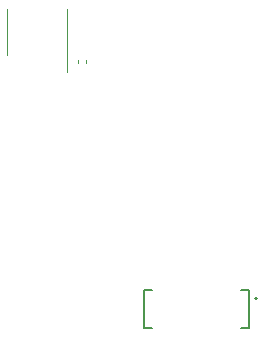
<source format=gbr>
G04 #@! TF.GenerationSoftware,KiCad,Pcbnew,6.0.5-a6ca702e91~116~ubuntu22.04.1*
G04 #@! TF.CreationDate,2022-05-26T01:26:51+02:00*
G04 #@! TF.ProjectId,driver-board,64726976-6572-42d6-926f-6172642e6b69,abc5fc4*
G04 #@! TF.SameCoordinates,Original*
G04 #@! TF.FileFunction,Legend,Bot*
G04 #@! TF.FilePolarity,Positive*
%FSLAX46Y46*%
G04 Gerber Fmt 4.6, Leading zero omitted, Abs format (unit mm)*
G04 Created by KiCad (PCBNEW 6.0.5-a6ca702e91~116~ubuntu22.04.1) date 2022-05-26 01:26:51*
%MOMM*%
%LPD*%
G01*
G04 APERTURE LIST*
%ADD10C,0.120000*%
%ADD11C,0.200000*%
G04 APERTURE END LIST*
D10*
X54160000Y-52412164D02*
X54160000Y-52627836D01*
X53440000Y-52412164D02*
X53440000Y-52627836D01*
X52560000Y-50000000D02*
X52560000Y-53450000D01*
X52560000Y-50000000D02*
X52560000Y-48050000D01*
X47440000Y-50000000D02*
X47440000Y-51950000D01*
X47440000Y-50000000D02*
X47440000Y-48050000D01*
D11*
X59750000Y-71920000D02*
X59030000Y-71920000D01*
X67970000Y-75080000D02*
X67250000Y-75080000D01*
X59030000Y-71920000D02*
X59030000Y-75080000D01*
X59030000Y-75080000D02*
X59750000Y-75080000D01*
X67970000Y-71920000D02*
X67970000Y-75080000D01*
X67250000Y-71920000D02*
X67970000Y-71920000D01*
X68600000Y-72600000D02*
G75*
G03*
X68600000Y-72600000I-100000J0D01*
G01*
M02*

</source>
